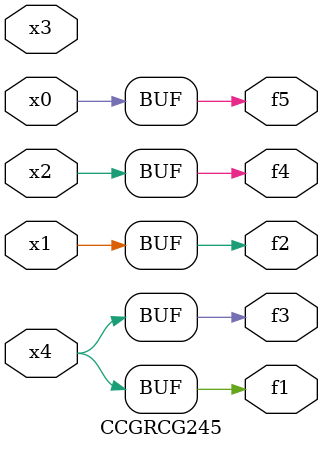
<source format=v>
module CCGRCG245(
	input x0, x1, x2, x3, x4,
	output f1, f2, f3, f4, f5
);
	assign f1 = x4;
	assign f2 = x1;
	assign f3 = x4;
	assign f4 = x2;
	assign f5 = x0;
endmodule

</source>
